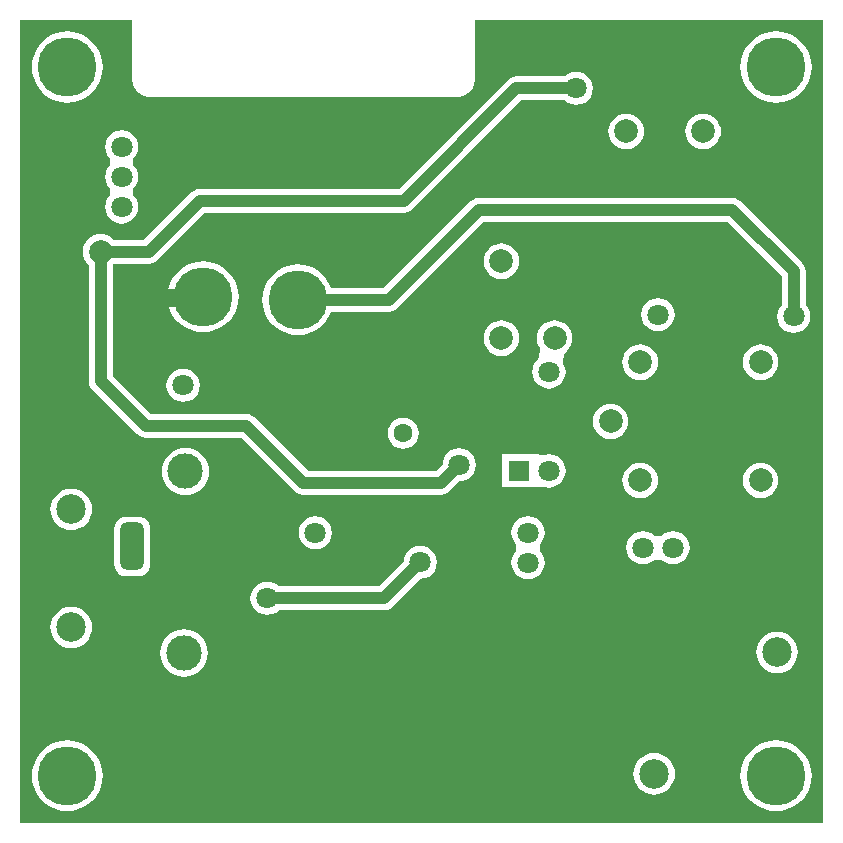
<source format=gtl>
G04 Layer_Physical_Order=1*
G04 Layer_Color=2232046*
%FSLAX25Y25*%
%MOIN*%
G70*
G01*
G75*
%ADD10C,0.19685*%
%ADD11C,0.03937*%
%ADD12R,0.08500X0.06000*%
%ADD13C,0.07087*%
%ADD14C,0.07874*%
G04:AMPARAMS|DCode=15|XSize=157.48mil|YSize=78.74mil|CornerRadius=19.68mil|HoleSize=0mil|Usage=FLASHONLY|Rotation=90.000|XOffset=0mil|YOffset=0mil|HoleType=Round|Shape=RoundedRectangle|*
%AMROUNDEDRECTD15*
21,1,0.15748,0.03937,0,0,90.0*
21,1,0.11811,0.07874,0,0,90.0*
1,1,0.03937,0.01968,0.05905*
1,1,0.03937,0.01968,-0.05905*
1,1,0.03937,-0.01968,-0.05905*
1,1,0.03937,-0.01968,0.05905*
%
%ADD15ROUNDEDRECTD15*%
G04:AMPARAMS|DCode=16|XSize=157.48mil|YSize=78.74mil|CornerRadius=19.68mil|HoleSize=0mil|Usage=FLASHONLY|Rotation=0.000|XOffset=0mil|YOffset=0mil|HoleType=Round|Shape=RoundedRectangle|*
%AMROUNDEDRECTD16*
21,1,0.15748,0.03937,0,0,0.0*
21,1,0.11811,0.07874,0,0,0.0*
1,1,0.03937,0.05905,-0.01968*
1,1,0.03937,-0.05905,-0.01968*
1,1,0.03937,-0.05905,0.01968*
1,1,0.03937,0.05905,0.01968*
%
%ADD16ROUNDEDRECTD16*%
%ADD17C,0.11811*%
%ADD18C,0.06000*%
%ADD19R,0.07087X0.07087*%
%ADD20C,0.09842*%
%ADD21C,0.06299*%
G36*
X133858Y-133858D02*
X-133858D01*
Y133858D01*
X-96495D01*
Y114173D01*
Y113786D01*
X-96457Y113592D01*
Y113394D01*
X-96305Y112633D01*
X-96230Y112451D01*
X-96191Y112257D01*
X-95894Y111540D01*
X-95785Y111376D01*
X-95709Y111193D01*
X-95278Y110548D01*
X-95138Y110409D01*
X-95029Y110244D01*
X-94480Y109696D01*
X-94316Y109586D01*
X-94176Y109446D01*
X-93531Y109016D01*
X-93348Y108940D01*
X-93184Y108830D01*
X-92468Y108533D01*
X-92274Y108495D01*
X-92091Y108419D01*
X-91330Y108268D01*
X-91133D01*
X-90939Y108229D01*
X12199D01*
X12393Y108268D01*
X12590D01*
X13351Y108419D01*
X13534Y108495D01*
X13727Y108533D01*
X14444Y108830D01*
X14608Y108940D01*
X14791Y109016D01*
X15436Y109446D01*
X15576Y109586D01*
X15740Y109696D01*
X16288Y110244D01*
X16398Y110409D01*
X16538Y110548D01*
X16969Y111193D01*
X17044Y111376D01*
X17154Y111540D01*
X17451Y112257D01*
X17490Y112451D01*
X17565Y112633D01*
X17717Y113394D01*
Y113592D01*
X17755Y113786D01*
Y114173D01*
Y133858D01*
X133858D01*
Y-133858D01*
D02*
G37*
%LPC*%
G36*
X83740Y-36567D02*
X82301Y-36756D01*
X80961Y-37311D01*
X79809Y-38195D01*
X77671D01*
X76520Y-37311D01*
X75179Y-36756D01*
X73740Y-36567D01*
X72301Y-36756D01*
X70960Y-37311D01*
X69809Y-38195D01*
X68926Y-39346D01*
X68370Y-40687D01*
X68181Y-42126D01*
X68370Y-43565D01*
X68926Y-44906D01*
X69809Y-46057D01*
X70960Y-46940D01*
X72301Y-47496D01*
X73740Y-47685D01*
X75179Y-47496D01*
X76520Y-46940D01*
X77671Y-46057D01*
X79809D01*
X80961Y-46940D01*
X82301Y-47496D01*
X83740Y-47685D01*
X85179Y-47496D01*
X86520Y-46940D01*
X87671Y-46057D01*
X88555Y-44906D01*
X89110Y-43565D01*
X89299Y-42126D01*
X89110Y-40687D01*
X88555Y-39346D01*
X87671Y-38195D01*
X86520Y-37311D01*
X85179Y-36756D01*
X83740Y-36567D01*
D02*
G37*
G36*
X-116809Y-22392D02*
X-118159Y-22525D01*
X-119458Y-22919D01*
X-120655Y-23559D01*
X-121704Y-24420D01*
X-122565Y-25469D01*
X-123205Y-26666D01*
X-123599Y-27964D01*
X-123732Y-29315D01*
X-123599Y-30666D01*
X-123205Y-31964D01*
X-122565Y-33161D01*
X-121704Y-34210D01*
X-120655Y-35071D01*
X-119458Y-35711D01*
X-118159Y-36105D01*
X-116809Y-36238D01*
X-115458Y-36105D01*
X-114159Y-35711D01*
X-112962Y-35071D01*
X-111913Y-34210D01*
X-111052Y-33161D01*
X-110413Y-31964D01*
X-110019Y-30666D01*
X-109886Y-29315D01*
X-110019Y-27964D01*
X-110413Y-26666D01*
X-111052Y-25469D01*
X-111913Y-24420D01*
X-112962Y-23559D01*
X-114159Y-22919D01*
X-115458Y-22525D01*
X-116809Y-22392D01*
D02*
G37*
G36*
X-94488Y-31840D02*
X-98425D01*
X-99453Y-31975D01*
X-100411Y-32372D01*
X-101233Y-33003D01*
X-101864Y-33825D01*
X-102261Y-34783D01*
X-102396Y-35811D01*
Y-47622D01*
X-102261Y-48650D01*
X-101864Y-49608D01*
X-101233Y-50430D01*
X-100411Y-51061D01*
X-99453Y-51458D01*
X-98425Y-51593D01*
X-94488D01*
X-93460Y-51458D01*
X-92503Y-51061D01*
X-91680Y-50430D01*
X-91049Y-49608D01*
X-90653Y-48650D01*
X-90517Y-47622D01*
Y-35811D01*
X-90653Y-34783D01*
X-91049Y-33825D01*
X-91680Y-33003D01*
X-92503Y-32372D01*
X-93460Y-31975D01*
X-94488Y-31840D01*
D02*
G37*
G36*
X-35433Y-31567D02*
X-36872Y-31756D01*
X-38213Y-32311D01*
X-39364Y-33195D01*
X-40248Y-34346D01*
X-40803Y-35687D01*
X-40992Y-37126D01*
X-40803Y-38565D01*
X-40248Y-39906D01*
X-39364Y-41057D01*
X-38213Y-41941D01*
X-36872Y-42496D01*
X-35433Y-42685D01*
X-33994Y-42496D01*
X-32653Y-41941D01*
X-31502Y-41057D01*
X-30619Y-39906D01*
X-30063Y-38565D01*
X-29874Y-37126D01*
X-30063Y-35687D01*
X-30619Y-34346D01*
X-31502Y-33195D01*
X-32653Y-32311D01*
X-33994Y-31756D01*
X-35433Y-31567D01*
D02*
G37*
G36*
X-78740Y-8804D02*
X-80284Y-8957D01*
X-81768Y-9407D01*
X-83136Y-10138D01*
X-84335Y-11122D01*
X-85319Y-12321D01*
X-86050Y-13689D01*
X-86500Y-15173D01*
X-86652Y-16716D01*
X-86500Y-18260D01*
X-86050Y-19744D01*
X-85319Y-21112D01*
X-84335Y-22311D01*
X-83136Y-23295D01*
X-81768Y-24026D01*
X-80284Y-24477D01*
X-78740Y-24629D01*
X-77197Y-24477D01*
X-75712Y-24026D01*
X-74344Y-23295D01*
X-73146Y-22311D01*
X-72162Y-21112D01*
X-71430Y-19744D01*
X-70980Y-18260D01*
X-70828Y-16716D01*
X-70980Y-15173D01*
X-71430Y-13689D01*
X-72162Y-12321D01*
X-73146Y-11122D01*
X-74344Y-10138D01*
X-75712Y-9407D01*
X-77197Y-8957D01*
X-78740Y-8804D01*
D02*
G37*
G36*
X42402Y-10941D02*
X41063Y-11117D01*
X40874Y-11126D01*
X37913Y-10988D01*
Y-10988D01*
X26890D01*
Y-22012D01*
X37913D01*
X37913Y-22012D01*
X40874Y-21874D01*
X41063Y-21883D01*
X42402Y-22059D01*
X43840Y-21870D01*
X45181Y-21315D01*
X46333Y-20431D01*
X47216Y-19280D01*
X47771Y-17939D01*
X47961Y-16500D01*
X47771Y-15061D01*
X47216Y-13720D01*
X46333Y-12569D01*
X45181Y-11686D01*
X43840Y-11130D01*
X42402Y-10941D01*
D02*
G37*
G36*
X72835Y-13751D02*
X71677Y-13865D01*
X70564Y-14203D01*
X69538Y-14751D01*
X68639Y-15489D01*
X67901Y-16388D01*
X67352Y-17414D01*
X67015Y-18527D01*
X66901Y-19685D01*
X67015Y-20843D01*
X67352Y-21956D01*
X67901Y-22982D01*
X68639Y-23881D01*
X69538Y-24619D01*
X70564Y-25167D01*
X71677Y-25505D01*
X72835Y-25619D01*
X73992Y-25505D01*
X75106Y-25167D01*
X76131Y-24619D01*
X77031Y-23881D01*
X77769Y-22982D01*
X78317Y-21956D01*
X78655Y-20843D01*
X78769Y-19685D01*
X78655Y-18527D01*
X78317Y-17414D01*
X77769Y-16388D01*
X77031Y-15489D01*
X76131Y-14751D01*
X75106Y-14203D01*
X73992Y-13865D01*
X72835Y-13751D01*
D02*
G37*
G36*
X112992D02*
X111834Y-13865D01*
X110721Y-14203D01*
X109695Y-14751D01*
X108796Y-15489D01*
X108058Y-16388D01*
X107510Y-17414D01*
X107172Y-18527D01*
X107058Y-19685D01*
X107172Y-20843D01*
X107510Y-21956D01*
X108058Y-22982D01*
X108796Y-23881D01*
X109695Y-24619D01*
X110721Y-25167D01*
X111834Y-25505D01*
X112992Y-25619D01*
X114150Y-25505D01*
X115263Y-25167D01*
X116289Y-24619D01*
X117188Y-23881D01*
X117926Y-22982D01*
X118474Y-21956D01*
X118812Y-20843D01*
X118926Y-19685D01*
X118812Y-18527D01*
X118474Y-17414D01*
X117926Y-16388D01*
X117188Y-15489D01*
X116289Y-14751D01*
X115263Y-14203D01*
X114150Y-13865D01*
X112992Y-13751D01*
D02*
G37*
G36*
X77500Y-110577D02*
X76149Y-110710D01*
X74851Y-111104D01*
X73654Y-111744D01*
X72605Y-112605D01*
X71744Y-113654D01*
X71104Y-114851D01*
X70710Y-116149D01*
X70577Y-117500D01*
X70710Y-118851D01*
X71104Y-120149D01*
X71744Y-121346D01*
X72605Y-122395D01*
X73654Y-123256D01*
X74851Y-123896D01*
X76149Y-124290D01*
X77500Y-124423D01*
X78851Y-124290D01*
X80149Y-123896D01*
X81346Y-123256D01*
X82395Y-122395D01*
X83256Y-121346D01*
X83896Y-120149D01*
X84290Y-118851D01*
X84423Y-117500D01*
X84290Y-116149D01*
X83896Y-114851D01*
X83256Y-113654D01*
X82395Y-112605D01*
X81346Y-111744D01*
X80149Y-111104D01*
X78851Y-110710D01*
X77500Y-110577D01*
D02*
G37*
G36*
X-79240Y-69304D02*
X-80784Y-69456D01*
X-82268Y-69907D01*
X-83636Y-70638D01*
X-84835Y-71622D01*
X-85819Y-72821D01*
X-86550Y-74189D01*
X-87000Y-75673D01*
X-87152Y-77217D01*
X-87000Y-78760D01*
X-86550Y-80244D01*
X-85819Y-81612D01*
X-84835Y-82811D01*
X-83636Y-83795D01*
X-82268Y-84526D01*
X-80784Y-84977D01*
X-79240Y-85129D01*
X-77697Y-84977D01*
X-76212Y-84526D01*
X-74844Y-83795D01*
X-73646Y-82811D01*
X-72662Y-81612D01*
X-71930Y-80244D01*
X-71480Y-78760D01*
X-71328Y-77217D01*
X-71480Y-75673D01*
X-71930Y-74189D01*
X-72662Y-72821D01*
X-73646Y-71622D01*
X-74844Y-70638D01*
X-76212Y-69907D01*
X-77697Y-69456D01*
X-79240Y-69304D01*
D02*
G37*
G36*
X-118110Y-106263D02*
X-119964Y-106409D01*
X-121771Y-106843D01*
X-123489Y-107554D01*
X-125074Y-108525D01*
X-126488Y-109733D01*
X-127695Y-111146D01*
X-128666Y-112732D01*
X-129378Y-114449D01*
X-129812Y-116257D01*
X-129958Y-118110D01*
X-129812Y-119964D01*
X-129378Y-121771D01*
X-128666Y-123489D01*
X-127695Y-125074D01*
X-126488Y-126488D01*
X-125074Y-127695D01*
X-123489Y-128666D01*
X-121771Y-129378D01*
X-119964Y-129812D01*
X-118110Y-129958D01*
X-116257Y-129812D01*
X-114449Y-129378D01*
X-112732Y-128666D01*
X-111146Y-127695D01*
X-109733Y-126488D01*
X-108525Y-125074D01*
X-107554Y-123489D01*
X-106843Y-121771D01*
X-106409Y-119964D01*
X-106263Y-118110D01*
X-106409Y-116257D01*
X-106843Y-114449D01*
X-107554Y-112732D01*
X-108525Y-111146D01*
X-109733Y-109733D01*
X-111146Y-108525D01*
X-112732Y-107554D01*
X-114449Y-106843D01*
X-116257Y-106409D01*
X-118110Y-106263D01*
D02*
G37*
G36*
X118110D02*
X116257Y-106409D01*
X114449Y-106843D01*
X112732Y-107554D01*
X111146Y-108525D01*
X109733Y-109733D01*
X108525Y-111146D01*
X107554Y-112732D01*
X106843Y-114449D01*
X106409Y-116257D01*
X106263Y-118110D01*
X106409Y-119964D01*
X106843Y-121771D01*
X107554Y-123489D01*
X108525Y-125074D01*
X109733Y-126488D01*
X111146Y-127695D01*
X112732Y-128666D01*
X114449Y-129378D01*
X116257Y-129812D01*
X118110Y-129958D01*
X119964Y-129812D01*
X121771Y-129378D01*
X123489Y-128666D01*
X125074Y-127695D01*
X126488Y-126488D01*
X127695Y-125074D01*
X128666Y-123489D01*
X129378Y-121771D01*
X129812Y-119964D01*
X129958Y-118110D01*
X129812Y-116257D01*
X129378Y-114449D01*
X128666Y-112732D01*
X127695Y-111146D01*
X126488Y-109733D01*
X125074Y-108525D01*
X123489Y-107554D01*
X121771Y-106843D01*
X119964Y-106409D01*
X118110Y-106263D01*
D02*
G37*
G36*
X-500Y-41441D02*
X-1939Y-41630D01*
X-3280Y-42185D01*
X-4431Y-43069D01*
X-5314Y-44220D01*
X-5870Y-45561D01*
X-6051Y-46935D01*
X-14145Y-55029D01*
X-47621D01*
X-48720Y-54185D01*
X-50061Y-53630D01*
X-51500Y-53441D01*
X-52939Y-53630D01*
X-54280Y-54185D01*
X-55431Y-55069D01*
X-56314Y-56220D01*
X-56870Y-57561D01*
X-57059Y-59000D01*
X-56870Y-60439D01*
X-56314Y-61780D01*
X-55431Y-62931D01*
X-54280Y-63815D01*
X-52939Y-64370D01*
X-51500Y-64559D01*
X-50061Y-64370D01*
X-48720Y-63815D01*
X-47621Y-62971D01*
X-12500D01*
X-11472Y-62836D01*
X-10514Y-62439D01*
X-9692Y-61808D01*
X-435Y-52551D01*
X939Y-52370D01*
X2280Y-51815D01*
X3431Y-50931D01*
X4315Y-49780D01*
X4870Y-48439D01*
X5059Y-47000D01*
X4870Y-45561D01*
X4315Y-44220D01*
X3431Y-43069D01*
X2280Y-42185D01*
X939Y-41630D01*
X-500Y-41441D01*
D02*
G37*
G36*
X35433Y-31567D02*
X33994Y-31756D01*
X32653Y-32311D01*
X31502Y-33195D01*
X30619Y-34346D01*
X30063Y-35687D01*
X29874Y-37126D01*
X30063Y-38565D01*
X30619Y-39906D01*
X31502Y-41057D01*
Y-43195D01*
X30619Y-44346D01*
X30063Y-45687D01*
X29874Y-47126D01*
X30063Y-48565D01*
X30619Y-49906D01*
X31502Y-51057D01*
X32653Y-51941D01*
X33994Y-52496D01*
X35433Y-52685D01*
X36872Y-52496D01*
X38213Y-51941D01*
X39364Y-51057D01*
X40248Y-49906D01*
X40803Y-48565D01*
X40992Y-47126D01*
X40803Y-45687D01*
X40248Y-44346D01*
X39364Y-43195D01*
Y-41057D01*
X40248Y-39906D01*
X40803Y-38565D01*
X40992Y-37126D01*
X40803Y-35687D01*
X40248Y-34346D01*
X39364Y-33195D01*
X38213Y-32311D01*
X36872Y-31756D01*
X35433Y-31567D01*
D02*
G37*
G36*
X118480Y-70077D02*
X117130Y-70210D01*
X115831Y-70604D01*
X114634Y-71244D01*
X113585Y-72105D01*
X112724Y-73154D01*
X112084Y-74351D01*
X111690Y-75649D01*
X111557Y-77000D01*
X111690Y-78351D01*
X112084Y-79649D01*
X112724Y-80846D01*
X113585Y-81895D01*
X114634Y-82756D01*
X115831Y-83396D01*
X117130Y-83790D01*
X118480Y-83923D01*
X119831Y-83790D01*
X121130Y-83396D01*
X122327Y-82756D01*
X123376Y-81895D01*
X124237Y-80846D01*
X124876Y-79649D01*
X125270Y-78351D01*
X125403Y-77000D01*
X125270Y-75649D01*
X124876Y-74351D01*
X124237Y-73154D01*
X123376Y-72105D01*
X122327Y-71244D01*
X121130Y-70604D01*
X119831Y-70210D01*
X118480Y-70077D01*
D02*
G37*
G36*
X-116809Y-61762D02*
X-118159Y-61895D01*
X-119458Y-62289D01*
X-120655Y-62929D01*
X-121704Y-63790D01*
X-122565Y-64839D01*
X-123205Y-66036D01*
X-123599Y-67334D01*
X-123732Y-68685D01*
X-123599Y-70036D01*
X-123205Y-71334D01*
X-122565Y-72531D01*
X-121704Y-73580D01*
X-120655Y-74441D01*
X-119458Y-75081D01*
X-118159Y-75475D01*
X-116809Y-75608D01*
X-115458Y-75475D01*
X-114159Y-75081D01*
X-112962Y-74441D01*
X-111913Y-73580D01*
X-111052Y-72531D01*
X-110413Y-71334D01*
X-110019Y-70036D01*
X-109886Y-68685D01*
X-110019Y-67334D01*
X-110413Y-66036D01*
X-111052Y-64839D01*
X-111913Y-63790D01*
X-112962Y-62929D01*
X-114159Y-62289D01*
X-115458Y-61895D01*
X-116809Y-61762D01*
D02*
G37*
G36*
X-6157Y1162D02*
X-7494Y986D01*
X-8739Y471D01*
X-9808Y-350D01*
X-10628Y-1419D01*
X-11144Y-2664D01*
X-11320Y-4000D01*
X-11144Y-5336D01*
X-10628Y-6581D01*
X-9808Y-7650D01*
X-8739Y-8471D01*
X-7494Y-8986D01*
X-6157Y-9162D01*
X-4821Y-8986D01*
X-3576Y-8471D01*
X-2507Y-7650D01*
X-1687Y-6581D01*
X-1171Y-5336D01*
X-995Y-4000D01*
X-1171Y-2664D01*
X-1687Y-1419D01*
X-2507Y-350D01*
X-3576Y471D01*
X-4821Y986D01*
X-6157Y1162D01*
D02*
G37*
G36*
X-100000Y97059D02*
X-101439Y96870D01*
X-102780Y96315D01*
X-103931Y95431D01*
X-104815Y94280D01*
X-105370Y92939D01*
X-105559Y91500D01*
X-105370Y90061D01*
X-104815Y88720D01*
X-103931Y87569D01*
Y85431D01*
X-104815Y84280D01*
X-105370Y82939D01*
X-105559Y81500D01*
X-105370Y80061D01*
X-104815Y78720D01*
X-103931Y77569D01*
Y75431D01*
X-104815Y74280D01*
X-105370Y72939D01*
X-105559Y71500D01*
X-105370Y70061D01*
X-104815Y68720D01*
X-103931Y67569D01*
X-102780Y66685D01*
X-101439Y66130D01*
X-100000Y65941D01*
X-98561Y66130D01*
X-97220Y66685D01*
X-96069Y67569D01*
X-95186Y68720D01*
X-94630Y70061D01*
X-94441Y71500D01*
X-94630Y72939D01*
X-95186Y74280D01*
X-96069Y75431D01*
Y77569D01*
X-95186Y78720D01*
X-94630Y80061D01*
X-94441Y81500D01*
X-94630Y82939D01*
X-95186Y84280D01*
X-96069Y85431D01*
Y87569D01*
X-95186Y88720D01*
X-94630Y90061D01*
X-94441Y91500D01*
X-94630Y92939D01*
X-95186Y94280D01*
X-96069Y95431D01*
X-97220Y96315D01*
X-98561Y96870D01*
X-100000Y97059D01*
D02*
G37*
G36*
X68205Y102576D02*
X67047Y102462D01*
X65934Y102124D01*
X64908Y101576D01*
X64009Y100838D01*
X63271Y99938D01*
X62722Y98913D01*
X62385Y97799D01*
X62271Y96642D01*
X62385Y95484D01*
X62722Y94371D01*
X63271Y93345D01*
X64009Y92446D01*
X64908Y91708D01*
X65934Y91159D01*
X67047Y90822D01*
X68205Y90708D01*
X69362Y90822D01*
X70476Y91159D01*
X71501Y91708D01*
X72401Y92446D01*
X73139Y93345D01*
X73687Y94371D01*
X74025Y95484D01*
X74139Y96642D01*
X74025Y97799D01*
X73687Y98913D01*
X73139Y99938D01*
X72401Y100838D01*
X71501Y101576D01*
X70476Y102124D01*
X69362Y102462D01*
X68205Y102576D01*
D02*
G37*
G36*
X78740Y41111D02*
X77301Y40921D01*
X75960Y40366D01*
X74809Y39482D01*
X73926Y38331D01*
X73370Y36990D01*
X73181Y35551D01*
X73370Y34112D01*
X73926Y32772D01*
X74809Y31620D01*
X75960Y30737D01*
X77301Y30181D01*
X78740Y29992D01*
X80179Y30181D01*
X81520Y30737D01*
X82671Y31620D01*
X83555Y32772D01*
X84110Y34112D01*
X84299Y35551D01*
X84110Y36990D01*
X83555Y38331D01*
X82671Y39482D01*
X81520Y40366D01*
X80179Y40921D01*
X78740Y41111D01*
D02*
G37*
G36*
X26575Y59281D02*
X25417Y59167D01*
X24304Y58829D01*
X23278Y58280D01*
X22379Y57543D01*
X21641Y56643D01*
X21092Y55617D01*
X20755Y54504D01*
X20641Y53347D01*
X20755Y52189D01*
X21092Y51076D01*
X21641Y50050D01*
X22379Y49150D01*
X23278Y48412D01*
X24304Y47864D01*
X25417Y47526D01*
X26575Y47412D01*
X27733Y47526D01*
X28846Y47864D01*
X29872Y48412D01*
X30771Y49150D01*
X31509Y50050D01*
X32057Y51076D01*
X32395Y52189D01*
X32509Y53347D01*
X32395Y54504D01*
X32057Y55617D01*
X31509Y56643D01*
X30771Y57543D01*
X29872Y58280D01*
X28846Y58829D01*
X27733Y59167D01*
X26575Y59281D01*
D02*
G37*
G36*
X-118110Y129958D02*
X-119964Y129812D01*
X-121771Y129378D01*
X-123489Y128666D01*
X-125074Y127695D01*
X-126488Y126488D01*
X-127695Y125074D01*
X-128666Y123489D01*
X-129378Y121771D01*
X-129812Y119964D01*
X-129958Y118110D01*
X-129812Y116257D01*
X-129378Y114449D01*
X-128666Y112732D01*
X-127695Y111146D01*
X-126488Y109733D01*
X-125074Y108525D01*
X-123489Y107554D01*
X-121771Y106843D01*
X-119964Y106409D01*
X-118110Y106263D01*
X-116257Y106409D01*
X-114449Y106843D01*
X-112732Y107554D01*
X-111146Y108525D01*
X-109733Y109733D01*
X-108525Y111146D01*
X-107554Y112732D01*
X-106843Y114449D01*
X-106409Y116257D01*
X-106263Y118110D01*
X-106409Y119964D01*
X-106843Y121771D01*
X-107554Y123489D01*
X-108525Y125074D01*
X-109733Y126488D01*
X-111146Y127695D01*
X-112732Y128666D01*
X-114449Y129378D01*
X-116257Y129812D01*
X-118110Y129958D01*
D02*
G37*
G36*
X118110D02*
X116257Y129812D01*
X114449Y129378D01*
X112732Y128666D01*
X111146Y127695D01*
X109733Y126488D01*
X108525Y125074D01*
X107554Y123489D01*
X106843Y121771D01*
X106409Y119964D01*
X106263Y118110D01*
X106409Y116257D01*
X106843Y114449D01*
X107554Y112732D01*
X108525Y111146D01*
X109733Y109733D01*
X111146Y108525D01*
X112732Y107554D01*
X114449Y106843D01*
X116257Y106409D01*
X118110Y106263D01*
X119964Y106409D01*
X121771Y106843D01*
X123489Y107554D01*
X125074Y108525D01*
X126488Y109733D01*
X127695Y111146D01*
X128666Y112732D01*
X129378Y114449D01*
X129812Y116257D01*
X129958Y118110D01*
X129812Y119964D01*
X129378Y121771D01*
X128666Y123489D01*
X127695Y125074D01*
X126488Y126488D01*
X125074Y127695D01*
X123489Y128666D01*
X121771Y129378D01*
X119964Y129812D01*
X118110Y129958D01*
D02*
G37*
G36*
X93795Y102576D02*
X92638Y102462D01*
X91524Y102124D01*
X90499Y101576D01*
X89599Y100838D01*
X88861Y99938D01*
X88313Y98913D01*
X87975Y97799D01*
X87861Y96642D01*
X87975Y95484D01*
X88313Y94371D01*
X88861Y93345D01*
X89599Y92446D01*
X90499Y91708D01*
X91524Y91159D01*
X92638Y90822D01*
X93795Y90708D01*
X94953Y90822D01*
X96066Y91159D01*
X97092Y91708D01*
X97991Y92446D01*
X98729Y93345D01*
X99278Y94371D01*
X99615Y95484D01*
X99729Y96642D01*
X99615Y97799D01*
X99278Y98913D01*
X98729Y99938D01*
X97991Y100838D01*
X97092Y101576D01*
X96066Y102124D01*
X94953Y102462D01*
X93795Y102576D01*
D02*
G37*
G36*
X51500Y116559D02*
X50061Y116370D01*
X48720Y115815D01*
X47621Y114971D01*
X31500D01*
X30472Y114836D01*
X29515Y114439D01*
X28692Y113808D01*
X-7645Y77471D01*
X-74000D01*
X-75028Y77336D01*
X-75985Y76939D01*
X-76808Y76308D01*
X-92645Y60471D01*
X-102619D01*
X-102804Y60696D01*
X-103703Y61434D01*
X-104729Y61982D01*
X-105842Y62320D01*
X-107000Y62434D01*
X-108158Y62320D01*
X-109271Y61982D01*
X-110297Y61434D01*
X-111196Y60696D01*
X-111934Y59797D01*
X-112482Y58771D01*
X-112820Y57658D01*
X-112934Y56500D01*
X-112820Y55342D01*
X-112482Y54229D01*
X-111934Y53203D01*
X-111196Y52304D01*
X-110971Y52119D01*
Y13500D01*
X-110836Y12472D01*
X-110439Y11514D01*
X-109808Y10692D01*
X-94808Y-4308D01*
X-93985Y-4939D01*
X-93028Y-5336D01*
X-92000Y-5471D01*
X-60145D01*
X-42308Y-23308D01*
X-41486Y-23939D01*
X-40528Y-24336D01*
X-39500Y-24471D01*
X6500D01*
X7528Y-24336D01*
X8485Y-23939D01*
X9308Y-23308D01*
X12565Y-20051D01*
X13939Y-19870D01*
X15280Y-19315D01*
X16431Y-18431D01*
X17314Y-17280D01*
X17870Y-15939D01*
X18059Y-14500D01*
X17870Y-13061D01*
X17314Y-11720D01*
X16431Y-10569D01*
X15280Y-9685D01*
X13939Y-9130D01*
X12500Y-8941D01*
X11061Y-9130D01*
X9720Y-9685D01*
X8569Y-10569D01*
X7685Y-11720D01*
X7130Y-13061D01*
X6949Y-14435D01*
X4855Y-16529D01*
X-37855D01*
X-55692Y1308D01*
X-56515Y1939D01*
X-57472Y2336D01*
X-58500Y2471D01*
X-90355D01*
X-103029Y15145D01*
Y52119D01*
X-102804Y52304D01*
X-102619Y52529D01*
X-91000D01*
X-89972Y52664D01*
X-89015Y53061D01*
X-88192Y53692D01*
X-72355Y69529D01*
X-6000D01*
X-4972Y69664D01*
X-4014Y70061D01*
X-3192Y70692D01*
X33145Y107029D01*
X47621D01*
X48720Y106185D01*
X50061Y105630D01*
X51500Y105441D01*
X52939Y105630D01*
X54280Y106185D01*
X55431Y107069D01*
X56314Y108220D01*
X56870Y109561D01*
X57059Y111000D01*
X56870Y112439D01*
X56314Y113780D01*
X55431Y114931D01*
X54280Y115815D01*
X52939Y116370D01*
X51500Y116559D01*
D02*
G37*
G36*
X44291Y33690D02*
X43134Y33576D01*
X42020Y33238D01*
X40995Y32690D01*
X40095Y31952D01*
X39357Y31053D01*
X38809Y30027D01*
X38471Y28914D01*
X38357Y27756D01*
X38471Y26598D01*
X38809Y25485D01*
X39290Y24586D01*
X39363Y24391D01*
X39417Y23749D01*
X39087Y21411D01*
X38715Y20618D01*
X38471Y20431D01*
X37587Y19280D01*
X37032Y17939D01*
X36842Y16500D01*
X37032Y15061D01*
X37587Y13720D01*
X38471Y12569D01*
X39622Y11686D01*
X40963Y11130D01*
X42402Y10941D01*
X43840Y11130D01*
X45181Y11686D01*
X46333Y12569D01*
X47216Y13720D01*
X47771Y15061D01*
X47961Y16500D01*
X47771Y17939D01*
X47253Y19192D01*
X47199Y19357D01*
X47147Y19598D01*
X47531Y22407D01*
X47976Y23140D01*
X48487Y23560D01*
X49225Y24459D01*
X49774Y25485D01*
X50111Y26598D01*
X50225Y27756D01*
X50111Y28914D01*
X49774Y30027D01*
X49225Y31053D01*
X48487Y31952D01*
X47588Y32690D01*
X46562Y33238D01*
X45449Y33576D01*
X44291Y33690D01*
D02*
G37*
G36*
X72835Y25619D02*
X71677Y25505D01*
X70564Y25167D01*
X69538Y24619D01*
X68639Y23881D01*
X67901Y22982D01*
X67352Y21956D01*
X67015Y20843D01*
X66901Y19685D01*
X67015Y18527D01*
X67352Y17414D01*
X67901Y16388D01*
X68639Y15489D01*
X69538Y14751D01*
X70564Y14203D01*
X71677Y13865D01*
X72835Y13751D01*
X73992Y13865D01*
X75106Y14203D01*
X76131Y14751D01*
X77031Y15489D01*
X77769Y16388D01*
X78317Y17414D01*
X78655Y18527D01*
X78769Y19685D01*
X78655Y20843D01*
X78317Y21956D01*
X77769Y22982D01*
X77031Y23881D01*
X76131Y24619D01*
X75106Y25167D01*
X73992Y25505D01*
X72835Y25619D01*
D02*
G37*
G36*
X62992Y5934D02*
X61835Y5820D01*
X60721Y5482D01*
X59695Y4934D01*
X58796Y4196D01*
X58058Y3297D01*
X57510Y2271D01*
X57172Y1158D01*
X57058Y0D01*
X57172Y-1158D01*
X57510Y-2271D01*
X58058Y-3297D01*
X58796Y-4196D01*
X59695Y-4934D01*
X60721Y-5482D01*
X61835Y-5820D01*
X62992Y-5934D01*
X64150Y-5820D01*
X65263Y-5482D01*
X66289Y-4934D01*
X67188Y-4196D01*
X67926Y-3297D01*
X68475Y-2271D01*
X68812Y-1158D01*
X68926Y0D01*
X68812Y1158D01*
X68475Y2271D01*
X67926Y3297D01*
X67188Y4196D01*
X66289Y4934D01*
X65263Y5482D01*
X64150Y5820D01*
X62992Y5934D01*
D02*
G37*
G36*
X-79500Y17559D02*
X-80939Y17370D01*
X-82280Y16815D01*
X-83431Y15931D01*
X-84315Y14780D01*
X-84870Y13439D01*
X-85059Y12000D01*
X-84870Y10561D01*
X-84315Y9220D01*
X-83431Y8069D01*
X-82280Y7186D01*
X-80939Y6630D01*
X-79500Y6441D01*
X-78061Y6630D01*
X-76720Y7186D01*
X-75569Y8069D01*
X-74686Y9220D01*
X-74130Y10561D01*
X-73941Y12000D01*
X-74130Y13439D01*
X-74686Y14780D01*
X-75569Y15931D01*
X-76720Y16815D01*
X-78061Y17370D01*
X-79500Y17559D01*
D02*
G37*
G36*
X103500Y74471D02*
X19000D01*
X17972Y74336D01*
X17015Y73939D01*
X16192Y73308D01*
X-12594Y44522D01*
X-30199D01*
X-30782Y45930D01*
X-31754Y47515D01*
X-32961Y48929D01*
X-34375Y50136D01*
X-35960Y51107D01*
X-37677Y51819D01*
X-39485Y52253D01*
X-41339Y52399D01*
X-43192Y52253D01*
X-45000Y51819D01*
X-46717Y51107D01*
X-48302Y50136D01*
X-49716Y48929D01*
X-50923Y47515D01*
X-51895Y45930D01*
X-52606Y44212D01*
X-53040Y42404D01*
X-53186Y40551D01*
X-53040Y38698D01*
X-52606Y36890D01*
X-51895Y35173D01*
X-50923Y33587D01*
X-49716Y32174D01*
X-48302Y30966D01*
X-46717Y29995D01*
X-45000Y29283D01*
X-43192Y28850D01*
X-41339Y28704D01*
X-39485Y28850D01*
X-37677Y29283D01*
X-35960Y29995D01*
X-34375Y30966D01*
X-32961Y32174D01*
X-31754Y33587D01*
X-30782Y35173D01*
X-30199Y36580D01*
X-10949D01*
X-9921Y36715D01*
X-8963Y37112D01*
X-8141Y37743D01*
X20645Y66529D01*
X101855D01*
X120029Y48355D01*
Y38879D01*
X119185Y37780D01*
X118630Y36439D01*
X118441Y35000D01*
X118630Y33561D01*
X119185Y32220D01*
X120069Y31069D01*
X121220Y30185D01*
X122561Y29630D01*
X124000Y29441D01*
X125439Y29630D01*
X126780Y30185D01*
X127931Y31069D01*
X128815Y32220D01*
X129370Y33561D01*
X129559Y35000D01*
X129370Y36439D01*
X128815Y37780D01*
X127971Y38879D01*
Y50000D01*
X127836Y51028D01*
X127439Y51986D01*
X126808Y52808D01*
X106308Y73308D01*
X105485Y73939D01*
X104528Y74336D01*
X103500Y74471D01*
D02*
G37*
G36*
X-72835Y53399D02*
X-74688Y53253D01*
X-76496Y52819D01*
X-78213Y52107D01*
X-79799Y51136D01*
X-81212Y49929D01*
X-82420Y48515D01*
X-83391Y46930D01*
X-84102Y45212D01*
X-84536Y43404D01*
X-84682Y41551D01*
X-84536Y39698D01*
X-84102Y37890D01*
X-83391Y36173D01*
X-82420Y34587D01*
X-81212Y33174D01*
X-79799Y31966D01*
X-78213Y30995D01*
X-76496Y30283D01*
X-74688Y29849D01*
X-72835Y29704D01*
X-70981Y29849D01*
X-69174Y30283D01*
X-67456Y30995D01*
X-65871Y31966D01*
X-64457Y33174D01*
X-63250Y34587D01*
X-62278Y36173D01*
X-61567Y37890D01*
X-61133Y39698D01*
X-60987Y41551D01*
X-61133Y43404D01*
X-61567Y45212D01*
X-62278Y46930D01*
X-63250Y48515D01*
X-64457Y49929D01*
X-65871Y51136D01*
X-67456Y52107D01*
X-69174Y52819D01*
X-70981Y53253D01*
X-72835Y53399D01*
D02*
G37*
G36*
X112992Y25619D02*
X111834Y25505D01*
X110721Y25167D01*
X109695Y24619D01*
X108796Y23881D01*
X108058Y22982D01*
X107510Y21956D01*
X107172Y20843D01*
X107058Y19685D01*
X107172Y18527D01*
X107510Y17414D01*
X108058Y16388D01*
X108796Y15489D01*
X109695Y14751D01*
X110721Y14203D01*
X111834Y13865D01*
X112992Y13751D01*
X114150Y13865D01*
X115263Y14203D01*
X116289Y14751D01*
X117188Y15489D01*
X117926Y16388D01*
X118474Y17414D01*
X118812Y18527D01*
X118926Y19685D01*
X118812Y20843D01*
X118474Y21956D01*
X117926Y22982D01*
X117188Y23881D01*
X116289Y24619D01*
X115263Y25167D01*
X114150Y25505D01*
X112992Y25619D01*
D02*
G37*
G36*
X26575Y33690D02*
X25417Y33576D01*
X24304Y33238D01*
X23278Y32690D01*
X22379Y31952D01*
X21641Y31053D01*
X21092Y30027D01*
X20755Y28914D01*
X20641Y27756D01*
X20755Y26598D01*
X21092Y25485D01*
X21641Y24459D01*
X22379Y23560D01*
X23278Y22822D01*
X24304Y22274D01*
X25417Y21936D01*
X26575Y21822D01*
X27733Y21936D01*
X28846Y22274D01*
X29872Y22822D01*
X30771Y23560D01*
X31509Y24459D01*
X32057Y25485D01*
X32395Y26598D01*
X32509Y27756D01*
X32395Y28914D01*
X32057Y30027D01*
X31509Y31053D01*
X30771Y31952D01*
X29872Y32690D01*
X28846Y33238D01*
X27733Y33576D01*
X26575Y33690D01*
D02*
G37*
%LPD*%
D10*
X-72835Y41551D02*
D03*
X-41339Y40551D02*
D03*
X-118110Y-118110D02*
D03*
X118110D02*
D03*
Y118110D02*
D03*
X-118110D02*
D03*
D11*
X-6000Y73500D02*
X31500Y111000D01*
X-41339Y40551D02*
X-10949D01*
X19000Y70500D01*
X103500D01*
X124000Y50000D01*
Y35000D02*
Y50000D01*
X31500Y111000D02*
X51500D01*
X-51500Y-59000D02*
X-12500D01*
X-500Y-47000D01*
X-92000Y-1500D02*
X-58500D01*
X-107000Y13500D02*
X-92000Y-1500D01*
X-107000Y13500D02*
Y56500D01*
X-91000D01*
X-74000Y73500D01*
X-6000D01*
X-58500Y-1500D02*
X-39500Y-20500D01*
X6500D01*
X12500Y-14500D01*
D12*
X-85250Y41000D02*
D03*
D13*
X-35433Y-37126D02*
D03*
Y-47126D02*
D03*
X73740Y-42126D02*
D03*
X83740D02*
D03*
X35433Y-47126D02*
D03*
Y-37126D02*
D03*
X78740Y35551D02*
D03*
Y45551D02*
D03*
X42402Y-16500D02*
D03*
X32402Y16500D02*
D03*
X42402D02*
D03*
X-100000Y91500D02*
D03*
Y71500D02*
D03*
Y81500D02*
D03*
Y101500D02*
D03*
X-79500Y12000D02*
D03*
X-69500D02*
D03*
X-51500Y-59000D02*
D03*
X124000Y35000D02*
D03*
X51500Y111000D02*
D03*
X12500Y-14500D02*
D03*
X-500Y-47000D02*
D03*
D14*
X44291Y53347D02*
D03*
Y27756D02*
D03*
X26575Y53347D02*
D03*
Y27756D02*
D03*
X62992Y0D02*
D03*
X72835Y19685D02*
D03*
Y-19685D02*
D03*
X112992Y19685D02*
D03*
Y-19685D02*
D03*
X68205Y114358D02*
D03*
X93795D02*
D03*
X68205Y96642D02*
D03*
X93795D02*
D03*
X-107000Y56500D02*
D03*
D15*
X-96457Y-41717D02*
D03*
D16*
X-75740Y-51717D02*
D03*
X-84240Y-64217D02*
D03*
D17*
X-78740Y-16716D02*
D03*
X-79240Y-77217D02*
D03*
D18*
X-84240Y-64217D02*
D03*
X-82677D02*
D03*
X-80709D02*
D03*
X-86614D02*
D03*
X-88583D02*
D03*
X-80083Y-51717D02*
D03*
X-78114D02*
D03*
X-72209D02*
D03*
X-74177D02*
D03*
X-75740D02*
D03*
X-96457Y-46059D02*
D03*
Y-44091D02*
D03*
Y-38185D02*
D03*
Y-40154D02*
D03*
Y-41717D02*
D03*
X50000Y-27000D02*
D03*
X-54000Y12000D02*
D03*
D19*
X32402Y-16500D02*
D03*
D20*
X-116809Y-29315D02*
D03*
Y-68685D02*
D03*
X77500Y-117500D02*
D03*
X-79980D02*
D03*
X118480Y-77000D02*
D03*
X-39000D02*
D03*
D21*
X-25842Y-4000D02*
D03*
X-6157D02*
D03*
M02*

</source>
